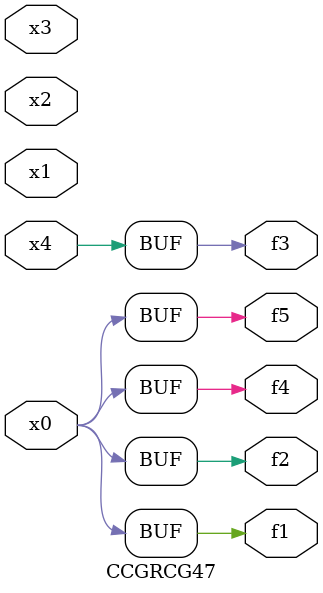
<source format=v>
module CCGRCG47(
	input x0, x1, x2, x3, x4,
	output f1, f2, f3, f4, f5
);
	assign f1 = x0;
	assign f2 = x0;
	assign f3 = x4;
	assign f4 = x0;
	assign f5 = x0;
endmodule

</source>
